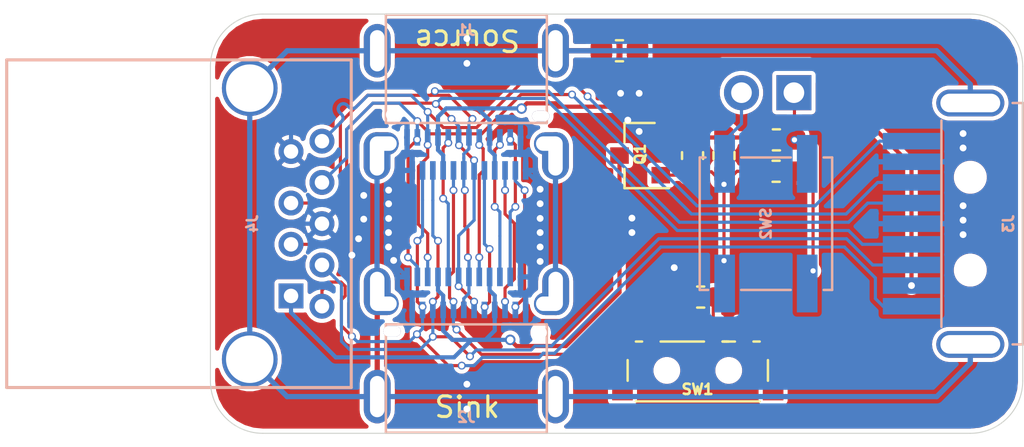
<source format=kicad_pcb>
(kicad_pcb (version 20171130) (host pcbnew "(5.1.8-0-10_14)")
  (layers (0 F.Cu signal) (31 B.Cu signal) (34 B.Paste user) (35 F.Paste user) (36 B.SilkS user) (37 F.SilkS user) (38 B.Mask user) (39 F.Mask user) (44 Edge.Cuts user))
  (net 0 "")
  (net 1 "Net-(C1-Pad2)")
  (net 2 VBUS)
  (net 3 GND)
  (net 4 SHIELD)
  (net 5 /VBUS_SINK)
  (net 6 "Net-(R1-Pad2)")
  (net 7 "Net-(R2-Pad2)")
  (net 8 /TX1+)
  (net 9 /TX1-)
  (net 10 /D+)
  (net 11 /CC1)
  (net 12 /SBU1)
  (net 13 /D-)
  (net 14 /RX2+)
  (net 15 /RX2-)
  (net 16 /TX2-)
  (net 17 /RX1-)
  (net 18 /CC2)
  (net 19 /RX1+)
  (net 20 /TX2+)
  (net 21 /SBU2)
  (module Connector_USB-Custom:USB_C_Receptacle_Amphenol_10137065 (layer B.Cu) (at 153.375 94.488)
    (fp_text reference J1 (at 0 -1 180) (layer B.SilkS) (effects (font (size 0.5 0.5) (thickness 0.125)) (justify mirror)))
    (fp_text value USB_C_PowerSource)
    (pad S1 thru_hole roundrect (at -4 4.5) (size 1.65 1.1) (drill oval 1.25 0.7 (offset -0.1 0)) (layers *.Cu *.Mask) (roundrect_rratio 0.5) (net 4 SHIELD))
    (pad S1 thru_hole roundrect (at 4.32 5.1) (size 1.3 2.3) (drill oval 0.7 1.9) (layers *.Cu *.Mask) (roundrect_rratio 0.5) (net 4 SHIELD))
    (pad S1 thru_hole roundrect (at -4.33 5.1) (size 1.3 2.3) (drill oval 0.7 1.9) (layers *.Cu *.Mask) (roundrect_rratio 0.5) (net 4 SHIELD))
    (pad "" np_thru_hole roundrect (at 3.6 3.165) (size 0.85 0.5) (drill oval 0.85 0.5) (layers *.Cu *.Mask) (roundrect_rratio 0.5))
    (pad "" np_thru_hole circle (at -3.6 3.1) (size 0.6 0.6) (drill 0.6) (layers *.Cu *.Mask))
    (pad S1 thru_hole roundrect (at 4.32 0) (size 1.3 2.6) (drill oval 0.7 2) (layers *.Cu *.Mask) (roundrect_rratio 0.5) (net 4 SHIELD))
    (pad S1 thru_hole roundrect (at -4.32 0) (size 1.3 2.6) (drill oval 0.7 2) (layers *.Cu *.Mask) (roundrect_rratio 0.5) (net 4 SHIELD))
    (pad S1 thru_hole roundrect (at 4 4.5) (size 1.65 1.1) (drill oval 1.25 0.7 (offset 0.1 0)) (layers *.Cu *.Mask) (roundrect_rratio 0.5) (net 4 SHIELD))
    (pad A1 smd rect (at -2.625 5.8) (size 0.275 0.9) (layers B.Cu B.Paste B.Mask) (net 3 GND))
    (pad A2 smd rect (at -2.125 5.8) (size 0.275 0.9) (layers B.Cu B.Paste B.Mask) (net 8 /TX1+))
    (pad A3 smd rect (at -1.625 5.8) (size 0.275 0.9) (layers B.Cu B.Paste B.Mask) (net 9 /TX1-))
    (pad A6 smd rect (at -0.125 5.8) (size 0.275 0.9) (layers B.Cu B.Paste B.Mask) (net 10 /D+))
    (pad A5 smd rect (at -0.625 5.8) (size 0.275 0.9) (layers B.Cu B.Paste B.Mask) (net 11 /CC1))
    (pad A4 smd rect (at -1.125 5.8) (size 0.275 0.9) (layers B.Cu B.Paste B.Mask) (net 2 VBUS))
    (pad A9 smd rect (at 1.375 5.8) (size 0.275 0.9) (layers B.Cu B.Paste B.Mask) (net 2 VBUS))
    (pad A12 smd rect (at 2.875 5.8) (size 0.275 0.9) (layers B.Cu B.Paste B.Mask) (net 3 GND))
    (pad A8 smd rect (at 0.875 5.8) (size 0.275 0.9) (layers B.Cu B.Paste B.Mask) (net 12 /SBU1))
    (pad A7 smd rect (at 0.375 5.8) (size 0.275 0.9) (layers B.Cu B.Paste B.Mask) (net 13 /D-))
    (pad A11 smd rect (at 2.375 5.8) (size 0.275 0.9) (layers B.Cu B.Paste B.Mask) (net 14 /RX2+))
    (pad A10 smd rect (at 1.875 5.8) (size 0.275 0.9) (layers B.Cu B.Paste B.Mask) (net 15 /RX2-))
    (pad B3 smd rect (at 1.625 4.2) (size 0.275 0.8) (layers B.Cu B.Paste B.Mask) (net 16 /TX2-))
    (pad B10 smd rect (at -1.875 4.2) (size 0.275 0.8) (layers B.Cu B.Paste B.Mask) (net 17 /RX1-))
    (pad B5 smd rect (at 0.625 4.2) (size 0.275 0.8) (layers B.Cu B.Paste B.Mask) (net 18 /CC2))
    (pad B7 smd rect (at -0.375 4.2) (size 0.275 0.8) (layers B.Cu B.Paste B.Mask) (net 13 /D-))
    (pad B11 smd rect (at -2.375 4.2) (size 0.275 0.8) (layers B.Cu B.Paste B.Mask) (net 19 /RX1+))
    (pad B1 smd rect (at 2.625 4.2) (size 0.275 0.8) (layers B.Cu B.Paste B.Mask) (net 3 GND))
    (pad B12 smd rect (at -2.875 4.2) (size 0.275 0.8) (layers B.Cu B.Paste B.Mask) (net 3 GND))
    (pad B6 smd rect (at 0.125 4.2) (size 0.275 0.8) (layers B.Cu B.Paste B.Mask) (net 10 /D+))
    (pad B2 smd rect (at 2.125 4.2) (size 0.275 0.8) (layers B.Cu B.Paste B.Mask) (net 20 /TX2+))
    (pad B8 smd rect (at -0.875 4.2) (size 0.275 0.8) (layers B.Cu B.Paste B.Mask) (net 21 /SBU2))
    (pad B4 smd rect (at 1.125 4.2) (size 0.275 0.8) (layers B.Cu B.Paste B.Mask) (net 2 VBUS))
    (pad B9 smd rect (at -1.375 4.2) (size 0.275 0.8) (layers B.Cu B.Paste B.Mask) (net 2 VBUS))
  )
  (module Resistor_SMD:R_0603_1608Metric_Pad1.05x0.95mm_HandSolder (layer F.Cu) (at 160.796 94.488)
    (fp_text reference R5)
    (fp_text value 0)
    (pad 2 smd roundrect (at 0.875 0) (size 1.05 0.95) (layers F.Cu F.Paste F.Mask) (net 3 GND))
    (pad 1 smd roundrect (at -0.875 0) (size 1.05 0.95) (layers F.Cu F.Paste F.Mask) (net 4 SHIELD))
  )
  (module Connector_PinHeader_2.54mm:PinHeader_1x02_P2.54mm_Vertical (layer B.Cu) (at 169.25 96.52 90)
    (fp_text reference SW3)
    (fp_text value SW_Push)
    (pad 2 thru_hole oval (at 0 -2.54 90) (size 1.7 1.7) (drill 1) (layers *.Cu *.Mask) (net 1 "Net-(C1-Pad2)"))
    (pad 1 thru_hole rect (at 0 0 90) (size 1.7 1.7) (drill 1) (layers *.Cu *.Mask) (net 7 "Net-(R2-Pad2)"))
  )
  (module Connector_USB-Custom:USB_A_Receptacle_Amphenol_10117835 (layer B.Cu) (at 139.446 102.87 90)
    (fp_text reference J4 (at 0 3.556 -90) (layer B.SilkS) (effects (font (size 0.5 0.5) (thickness 0.125)) (justify mirror)))
    (fp_text value USB3_A_Receptacle)
    (pad 1 thru_hole rect (at -3.5 5.43 90) (size 1.208 1.208) (drill 0.7) (layers *.Cu *.Mask) (net 5 /VBUS_SINK))
    (pad 2 thru_hole circle (at -1 5.43 90) (size 1.208 1.208) (drill 0.7) (layers *.Cu *.Mask) (net 13 /D-))
    (pad 4 thru_hole circle (at 3.5 5.43 90) (size 1.208 1.208) (drill 0.7) (layers *.Cu *.Mask) (net 3 GND))
    (pad 3 thru_hole circle (at 1 5.43 90) (size 1.208 1.208) (drill 0.7) (layers *.Cu *.Mask) (net 10 /D+))
    (pad 5 thru_hole circle (at 4 6.93 90) (size 1.208 1.208) (drill 0.7) (layers *.Cu *.Mask) (net 17 /RX1-))
    (pad 6 thru_hole circle (at 2 6.93 90) (size 1.208 1.208) (drill 0.7) (layers *.Cu *.Mask) (net 19 /RX1+))
    (pad 7 thru_hole circle (at 0 6.93 90) (size 1.208 1.208) (drill 0.7) (layers *.Cu *.Mask) (net 3 GND))
    (pad 8 thru_hole circle (at -2 6.93 90) (size 1.208 1.208) (drill 0.7) (layers *.Cu *.Mask) (net 9 /TX1-))
    (pad 9 thru_hole circle (at -4 6.93 90) (size 1.208 1.208) (drill 0.7) (layers *.Cu *.Mask) (net 8 /TX1+))
    (pad 10 thru_hole circle (at -6.57 3.43 90) (size 2.7 2.7) (drill 2.3) (layers *.Cu *.Mask) (net 4 SHIELD))
    (pad 10 thru_hole circle (at 6.57 3.43 90) (size 2.7 2.7) (drill 2.3) (layers *.Cu *.Mask) (net 4 SHIELD))
  )
  (module Button_Switch_SMD:SW_Push_1P1T_NO_CK_KSC7xxJ (layer B.Cu) (at 167.894 102.87 90)
    (fp_text reference SW2 (at 0 0 90) (layer B.SilkS) (effects (font (size 0.5 0.5) (thickness 0.125)) (justify mirror)))
    (fp_text value SW_Push)
    (pad 2 smd rect (at 2.9 -2 90) (size 2.8 1) (layers B.Cu B.Paste B.Mask) (net 1 "Net-(C1-Pad2)"))
    (pad 2 smd rect (at -2.9 -2 90) (size 2.8 1) (layers B.Cu B.Paste B.Mask) (net 1 "Net-(C1-Pad2)"))
    (pad 1 smd rect (at 2.9 2 90) (size 2.8 1) (layers B.Cu B.Paste B.Mask) (net 7 "Net-(R2-Pad2)"))
    (pad 1 smd rect (at -2.9 2 90) (size 2.8 1) (layers B.Cu B.Paste B.Mask) (net 7 "Net-(R2-Pad2)"))
  )
  (module Button_Switch_SMD-Custom:SW_SPDT_MSS3-V-T_R (layer F.Cu) (at 164.592 109.982)
    (fp_text reference SW1 (at -0.012 0.917) (layer F.SilkS) (effects (font (size 0.5 0.5) (thickness 0.125))))
    (fp_text value EN_USBA)
    (pad "" smd rect (at 3.65 -1.05) (size 1 0.8) (layers F.Cu F.Paste F.Mask))
    (pad "" smd rect (at 3.65 1.05) (size 1 0.8) (layers F.Cu F.Paste F.Mask))
    (pad "" np_thru_hole circle (at 1.5 0) (size 0.9 0.9) (drill 0.9) (layers *.Cu *.Mask))
    (pad "" np_thru_hole circle (at -1.5 0) (size 0.9 0.9) (drill 0.9) (layers *.Cu *.Mask))
    (pad 3 smd rect (at 2.25 -1.75) (size 0.7 1.5) (layers F.Cu F.Paste F.Mask))
    (pad 2 smd rect (at 0.75 -1.75) (size 0.7 1.5) (layers F.Cu F.Paste F.Mask) (net 6 "Net-(R1-Pad2)"))
    (pad 1 smd rect (at -2.25 -1.75) (size 0.7 1.5) (layers F.Cu F.Paste F.Mask) (net 11 /CC1))
    (pad "" smd rect (at -3.65 -1.05) (size 1 0.8) (layers F.Cu F.Paste F.Mask))
    (pad "" smd rect (at -3.65 1.05) (size 1 0.8) (layers F.Cu F.Paste F.Mask))
  )
  (module Resistor_SMD:R_0603_1608Metric_Pad1.05x0.95mm_HandSolder (layer F.Cu) (at 165.862 99.568 270)
    (fp_text reference R4)
    (fp_text value 1.5M)
    (pad 1 smd roundrect (at -0.875 0 270) (size 1.05 0.95) (layers F.Cu F.Paste F.Mask) (net 2 VBUS))
    (pad 2 smd roundrect (at 0.875 0 270) (size 1.05 0.95) (layers F.Cu F.Paste F.Mask) (net 1 "Net-(C1-Pad2)"))
  )
  (module Resistor_SMD:R_0603_1608Metric_Pad1.05x0.95mm_HandSolder (layer F.Cu) (at 168.388 100.33)
    (fp_text reference R3)
    (fp_text value 1M)
    (pad 1 smd roundrect (at -0.875 0) (size 1.05 0.95) (layers F.Cu F.Paste F.Mask) (net 1 "Net-(C1-Pad2)"))
    (pad 2 smd roundrect (at 0.875 0) (size 1.05 0.95) (layers F.Cu F.Paste F.Mask) (net 3 GND))
  )
  (module Resistor_SMD:R_0603_1608Metric_Pad1.05x0.95mm_HandSolder (layer F.Cu) (at 168.402 98.806)
    (fp_text reference R2)
    (fp_text value 40k)
    (pad 1 smd roundrect (at -0.875 0) (size 1.05 0.95) (layers F.Cu F.Paste F.Mask) (net 2 VBUS))
    (pad 2 smd roundrect (at 0.875 0) (size 1.05 0.95) (layers F.Cu F.Paste F.Mask) (net 7 "Net-(R2-Pad2)"))
  )
  (module Resistor_SMD:R_0603_1608Metric_Pad1.05x0.95mm_HandSolder (layer F.Cu) (at 164.733 106.426)
    (fp_text reference R1)
    (fp_text value 5.1k)
    (pad 1 smd roundrect (at -0.875 0) (size 1.05 0.95) (layers F.Cu F.Paste F.Mask) (net 3 GND))
    (pad 2 smd roundrect (at 0.875 0) (size 1.05 0.95) (layers F.Cu F.Paste F.Mask) (net 6 "Net-(R1-Pad2)"))
  )
  (module Package_TO_SOT_SMD:SOT-23 (layer F.Cu) (at 161.798 99.568 180)
    (fp_text reference Q1 (at 0 0.066 90) (layer F.SilkS) (effects (font (size 0.5 0.5) (thickness 0.125))))
    (fp_text value SI2393DS)
    (pad 1 smd rect (at -1 -0.95 180) (size 0.9 0.8) (layers F.Cu F.Paste F.Mask) (net 1 "Net-(C1-Pad2)"))
    (pad 2 smd rect (at -1 0.95 180) (size 0.9 0.8) (layers F.Cu F.Paste F.Mask) (net 2 VBUS))
    (pad 3 smd rect (at 1 0 180) (size 0.9 0.8) (layers F.Cu F.Paste F.Mask) (net 5 /VBUS_SINK))
  )
  (module Connector_USB-Custom:USB_A_Plug_Amphenol_GSB3164x1CEU (layer B.Cu) (at 177.8 102.87 270)
    (fp_text reference J3 (at 0 -1.85 90) (layer B.SilkS) (effects (font (size 0.5 0.5) (thickness 0.125)) (justify mirror)))
    (fp_text value USB3_A_Plug)
    (pad "" np_thru_hole circle (at -2.25 0 270) (size 1.2 1.2) (drill 1.2) (layers *.Cu *.Mask))
    (pad "" np_thru_hole circle (at 2.25 0 270) (size 1.2 1.2) (drill 1.2) (layers *.Cu *.Mask))
    (pad 2 smd rect (at 1 2.85 270) (size 0.8 2.78) (layers B.Cu B.Paste B.Mask) (net 13 /D-))
    (pad 1 smd rect (at 3 2.85 270) (size 0.8 2.78) (layers B.Cu B.Paste B.Mask) (net 2 VBUS))
    (pad 8 smd rect (at 2 2.85 270) (size 0.8 2.78) (layers B.Cu B.Paste B.Mask) (net 9 /TX1-))
    (pad 9 smd rect (at 4 2.85 270) (size 0.8 2.78) (layers B.Cu B.Paste B.Mask) (net 8 /TX1+))
    (pad 5 smd rect (at -4 2.85 270) (size 0.8 2.78) (layers B.Cu B.Paste B.Mask) (net 17 /RX1-))
    (pad 4 smd rect (at -3 2.85 270) (size 0.8 2.78) (layers B.Cu B.Paste B.Mask) (net 3 GND))
    (pad 6 smd rect (at -2 2.85 270) (size 0.8 2.78) (layers B.Cu B.Paste B.Mask) (net 19 /RX1+))
    (pad 3 smd rect (at -1 2.85 270) (size 0.8 2.78) (layers B.Cu B.Paste B.Mask) (net 10 /D+))
    (pad 7 smd rect (at 0 2.85 270) (size 0.8 2.78) (layers B.Cu B.Paste B.Mask) (net 3 GND))
    (pad 10 thru_hole oval (at 5.85 0 270) (size 1.3 3.3) (drill oval 0.9 2.9) (layers *.Cu *.Mask) (net 4 SHIELD))
    (pad 10 thru_hole oval (at -5.85 0 270) (size 1.3 3.3) (drill oval 0.9 2.9) (layers *.Cu *.Mask) (net 4 SHIELD))
  )
  (module Connector_USB-Custom:USB_C_Receptacle_Amphenol_10137065 (layer B.Cu) (at 153.375 111.25 180)
    (fp_text reference J2 (at 0 -1) (layer B.SilkS) (effects (font (size 0.5 0.5) (thickness 0.125)) (justify mirror)))
    (fp_text value USB_C_PowerSink)
    (pad B9 smd rect (at -1.375 4.2 180) (size 0.275 0.8) (layers B.Cu B.Paste B.Mask) (net 5 /VBUS_SINK))
    (pad B4 smd rect (at 1.125 4.2 180) (size 0.275 0.8) (layers B.Cu B.Paste B.Mask) (net 5 /VBUS_SINK))
    (pad B8 smd rect (at -0.875 4.2 180) (size 0.275 0.8) (layers B.Cu B.Paste B.Mask) (net 12 /SBU1))
    (pad B2 smd rect (at 2.125 4.2 180) (size 0.275 0.8) (layers B.Cu B.Paste B.Mask) (net 8 /TX1+))
    (pad B6 smd rect (at 0.125 4.2 180) (size 0.275 0.8) (layers B.Cu B.Paste B.Mask) (net 10 /D+))
    (pad B12 smd rect (at -2.875 4.2 180) (size 0.275 0.8) (layers B.Cu B.Paste B.Mask) (net 3 GND))
    (pad B1 smd rect (at 2.625 4.2 180) (size 0.275 0.8) (layers B.Cu B.Paste B.Mask) (net 3 GND))
    (pad B11 smd rect (at -2.375 4.2 180) (size 0.275 0.8) (layers B.Cu B.Paste B.Mask) (net 14 /RX2+))
    (pad B7 smd rect (at -0.375 4.2 180) (size 0.275 0.8) (layers B.Cu B.Paste B.Mask) (net 13 /D-))
    (pad B5 smd rect (at 0.625 4.2 180) (size 0.275 0.8) (layers B.Cu B.Paste B.Mask) (net 11 /CC1))
    (pad B10 smd rect (at -1.875 4.2 180) (size 0.275 0.8) (layers B.Cu B.Paste B.Mask) (net 15 /RX2-))
    (pad B3 smd rect (at 1.625 4.2 180) (size 0.275 0.8) (layers B.Cu B.Paste B.Mask) (net 9 /TX1-))
    (pad A10 smd rect (at 1.875 5.8 180) (size 0.275 0.9) (layers B.Cu B.Paste B.Mask) (net 17 /RX1-))
    (pad A11 smd rect (at 2.375 5.8 180) (size 0.275 0.9) (layers B.Cu B.Paste B.Mask) (net 19 /RX1+))
    (pad A7 smd rect (at 0.375 5.8 180) (size 0.275 0.9) (layers B.Cu B.Paste B.Mask) (net 13 /D-))
    (pad A8 smd rect (at 0.875 5.8 180) (size 0.275 0.9) (layers B.Cu B.Paste B.Mask) (net 21 /SBU2))
    (pad A12 smd rect (at 2.875 5.8 180) (size 0.275 0.9) (layers B.Cu B.Paste B.Mask) (net 3 GND))
    (pad A9 smd rect (at 1.375 5.8 180) (size 0.275 0.9) (layers B.Cu B.Paste B.Mask) (net 5 /VBUS_SINK))
    (pad A4 smd rect (at -1.125 5.8 180) (size 0.275 0.9) (layers B.Cu B.Paste B.Mask) (net 5 /VBUS_SINK))
    (pad A5 smd rect (at -0.625 5.8 180) (size 0.275 0.9) (layers B.Cu B.Paste B.Mask) (net 18 /CC2))
    (pad A6 smd rect (at -0.125 5.8 180) (size 0.275 0.9) (layers B.Cu B.Paste B.Mask) (net 10 /D+))
    (pad A3 smd rect (at -1.625 5.8 180) (size 0.275 0.9) (layers B.Cu B.Paste B.Mask) (net 16 /TX2-))
    (pad A2 smd rect (at -2.125 5.8 180) (size 0.275 0.9) (layers B.Cu B.Paste B.Mask) (net 20 /TX2+))
    (pad A1 smd rect (at -2.625 5.8 180) (size 0.275 0.9) (layers B.Cu B.Paste B.Mask) (net 3 GND))
    (pad S1 thru_hole roundrect (at 4 4.5 180) (size 1.65 1.1) (drill oval 1.25 0.7 (offset 0.1 0)) (layers *.Cu *.Mask) (roundrect_rratio 0.5) (net 4 SHIELD))
    (pad S1 thru_hole roundrect (at -4.32 0 180) (size 1.3 2.6) (drill oval 0.7 2) (layers *.Cu *.Mask) (roundrect_rratio 0.5) (net 4 SHIELD))
    (pad S1 thru_hole roundrect (at 4.32 0 180) (size 1.3 2.6) (drill oval 0.7 2) (layers *.Cu *.Mask) (roundrect_rratio 0.5) (net 4 SHIELD))
    (pad "" np_thru_hole circle (at -3.6 3.1 180) (size 0.6 0.6) (drill 0.6) (layers *.Cu *.Mask))
    (pad "" np_thru_hole roundrect (at 3.6 3.165 180) (size 0.85 0.5) (drill oval 0.85 0.5) (layers *.Cu *.Mask) (roundrect_rratio 0.5))
    (pad S1 thru_hole roundrect (at -4.33 5.1 180) (size 1.3 2.3) (drill oval 0.7 1.9) (layers *.Cu *.Mask) (roundrect_rratio 0.5) (net 4 SHIELD))
    (pad S1 thru_hole roundrect (at 4.32 5.1 180) (size 1.3 2.3) (drill oval 0.7 1.9) (layers *.Cu *.Mask) (roundrect_rratio 0.5) (net 4 SHIELD))
    (pad S1 thru_hole roundrect (at -4 4.5 180) (size 1.65 1.1) (drill oval 1.25 0.7 (offset -0.1 0)) (layers *.Cu *.Mask) (roundrect_rratio 0.5) (net 4 SHIELD))
  )
  (module Capacitor_SMD:C_0603_1608Metric (layer F.Cu) (at 164.338 99.568 270)
    (fp_text reference C1)
    (fp_text value 2000pF)
    (pad 1 smd roundrect (at -0.7875 0 270) (size 0.875 0.95) (layers F.Cu F.Paste F.Mask) (net 2 VBUS))
    (pad 2 smd roundrect (at 0.7875 0 270) (size 0.875 0.95) (layers F.Cu F.Paste F.Mask) (net 1 "Net-(C1-Pad2)"))
  )
  (gr_text Source (at 153.416 93.98 180) (layer F.SilkS) (effects (font (size 1 1))))
  (gr_text Sink (at 153.416 111.76) (layer F.SilkS) (effects (font (size 1 1))))
  (gr_arc (start 143.51 110.49) (end 140.97 110.49) (angle -90) (layer Edge.Cuts) (width 0.05))
  (gr_arc (start 143.51 95.25) (end 143.51 92.71) (angle -90) (layer Edge.Cuts) (width 0.05))
  (gr_line (start 177.8 113.03) (end 143.51 113.03) (layer Edge.Cuts) (width 0.05))
  (gr_arc (start 177.8 110.49) (end 177.8 113.03) (angle -90) (layer Edge.Cuts) (width 0.05))
  (gr_line (start 180.34 95.25) (end 180.34 110.49) (layer Edge.Cuts) (width 0.05))
  (gr_arc (start 177.8 95.25) (end 180.34 95.25) (angle -90) (layer Edge.Cuts) (width 0.05))
  (gr_line (start 177.8 92.71) (end 143.51 92.71) (layer Edge.Cuts) (width 0.05))
  (gr_line (start 140.97 95.25) (end 140.97 110.49) (layer Edge.Cuts) (width 0.05))
  (segment (start 164.1755 100.518) (end 164.338 100.3555) (width 0.1524) (layer F.Cu) (net 1))
  (segment (start 162.798 100.518) (end 164.1755 100.518) (width 0.1524) (layer F.Cu) (net 1))
  (segment (start 165.894 99.97) (end 165.894 98.838) (width 0.1524) (layer B.Cu) (net 1))
  (segment (start 166.71 98.022) (end 166.71 96.52) (width 0.1524) (layer B.Cu) (net 1))
  (segment (start 165.894 98.838) (end 166.71 98.022) (width 0.1524) (layer B.Cu) (net 1))
  (via (at 165.862 104.661998) (size 0.381) (drill 0.254) (layers F.Cu B.Cu) (net 1))
  (segment (start 165.894 105.77) (end 165.862 105.738) (width 0.1524) (layer B.Cu) (net 1))
  (segment (start 165.862 105.738) (end 165.862 104.661998) (width 0.1524) (layer B.Cu) (net 1))
  (via (at 165.862 100.961996) (size 0.381) (drill 0.254) (layers F.Cu B.Cu) (net 1))
  (segment (start 165.862 104.661998) (end 165.862 100.961996) (width 0.1524) (layer F.Cu) (net 1))
  (segment (start 164.338 100.3555) (end 165.255504 100.3555) (width 0.1524) (layer F.Cu) (net 1))
  (segment (start 167.513 100.33) (end 166.493996 100.33) (width 0.1524) (layer F.Cu) (net 1))
  (segment (start 166.493996 100.33) (end 165.862 100.961996) (width 0.1524) (layer F.Cu) (net 1))
  (segment (start 165.255504 100.3555) (end 165.862 100.961996) (width 0.1524) (layer F.Cu) (net 1))
  (segment (start 152.25 99.55) (end 152.25 100.288) (width 0.2032) (layer B.Cu) (net 2))
  (segment (start 152 99.3) (end 152.25 99.55) (width 0.2032) (layer B.Cu) (net 2))
  (segment (start 152 98.688) (end 152 99.3) (width 0.2032) (layer B.Cu) (net 2))
  (segment (start 154.5 99.3) (end 154.75 99.55) (width 0.2032) (layer B.Cu) (net 2))
  (segment (start 154.75 99.55) (end 154.75 100.288) (width 0.2032) (layer B.Cu) (net 2))
  (segment (start 154.5 98.688) (end 154.5 99.3) (width 0.2032) (layer B.Cu) (net 2))
  (segment (start 167.414 98.693) (end 167.527 98.806) (width 0.2032) (layer F.Cu) (net 2))
  (segment (start 165.862 98.693) (end 167.414 98.693) (width 0.2032) (layer F.Cu) (net 2))
  (segment (start 164.4255 98.693) (end 164.338 98.7805) (width 0.2032) (layer F.Cu) (net 2))
  (segment (start 165.862 98.693) (end 164.4255 98.693) (width 0.2032) (layer F.Cu) (net 2))
  (segment (start 164.1755 98.618) (end 164.338 98.7805) (width 0.2032) (layer F.Cu) (net 2))
  (segment (start 162.798 98.618) (end 164.1755 98.618) (width 0.2032) (layer F.Cu) (net 2))
  (segment (start 154.5 97.858) (end 154.5 98.688) (width 0.2032) (layer B.Cu) (net 2))
  (segment (start 153.924 97.282) (end 154.5 97.858) (width 0.2032) (layer B.Cu) (net 2))
  (segment (start 152.4 97.282) (end 153.924 97.282) (width 0.2032) (layer B.Cu) (net 2))
  (segment (start 152 97.682) (end 152.4 97.282) (width 0.2032) (layer B.Cu) (net 2))
  (segment (start 152 98.688) (end 152 97.682) (width 0.2032) (layer B.Cu) (net 2))
  (segment (start 162.798 98.618) (end 162.798 98.102) (width 0.2032) (layer F.Cu) (net 2))
  (segment (start 162.798 98.102) (end 165.8 95.1) (width 0.2032) (layer F.Cu) (net 2))
  (via (at 174.95 105.87) (size 0.508) (drill 0.3302) (layers F.Cu B.Cu) (net 2))
  (segment (start 170.000882 95.1) (end 174.95 100.049118) (width 0.2032) (layer F.Cu) (net 2))
  (segment (start 174.95 100.049118) (end 174.95 105.87) (width 0.2032) (layer F.Cu) (net 2))
  (segment (start 161.38 97.2) (end 157.85 97.2) (width 0.2032) (layer F.Cu) (net 2))
  (via (at 156.050002 97.29021) (size 0.508) (drill 0.3302) (layers F.Cu B.Cu) (net 2))
  (segment (start 156.304001 97.036211) (end 156.050002 97.29021) (width 0.2032) (layer F.Cu) (net 2))
  (segment (start 157.85 97.2) (end 157.686211 97.036211) (width 0.2032) (layer F.Cu) (net 2))
  (segment (start 153.924 97.282) (end 156.041792 97.282) (width 0.2032) (layer B.Cu) (net 2))
  (segment (start 157.686211 97.036211) (end 156.304001 97.036211) (width 0.2032) (layer F.Cu) (net 2))
  (segment (start 156.041792 97.282) (end 156.050002 97.29021) (width 0.2032) (layer B.Cu) (net 2))
  (segment (start 162.798 98.618) (end 161.38 97.2) (width 0.2032) (layer F.Cu) (net 2))
  (segment (start 165.8 95.1) (end 170.000882 95.1) (width 0.2032) (layer F.Cu) (net 2))
  (segment (start 150.75 100.288) (end 150.41 100.288) (width 0.2032) (layer B.Cu) (net 3))
  (via (at 149.606 102.616) (size 0.508) (drill 0.3302) (layers F.Cu B.Cu) (net 3))
  (segment (start 150.41 100.288) (end 149.606 101.092) (width 0.2032) (layer B.Cu) (net 3))
  (via (at 147.828 104.394) (size 0.508) (drill 0.3302) (layers F.Cu B.Cu) (net 3))
  (segment (start 149.606 102.616) (end 147.828 104.394) (width 0.2032) (layer F.Cu) (net 3))
  (segment (start 146.376 102.942) (end 146.376 102.87) (width 0.2032) (layer B.Cu) (net 3))
  (segment (start 147.828 104.394) (end 146.376 102.942) (width 0.2032) (layer B.Cu) (net 3))
  (segment (start 176.5432 99.87) (end 176.8 100.1268) (width 0.2032) (layer B.Cu) (net 3))
  (segment (start 174.95 99.87) (end 176.5432 99.87) (width 0.2032) (layer B.Cu) (net 3))
  (segment (start 176.5432 102.87) (end 174.95 102.87) (width 0.2032) (layer B.Cu) (net 3))
  (segment (start 176.8 102.6132) (end 176.5432 102.87) (width 0.2032) (layer B.Cu) (net 3))
  (segment (start 176.8 100.1268) (end 176.8 102.6132) (width 0.2032) (layer B.Cu) (net 3))
  (segment (start 161.671 95.729) (end 160.85 96.55) (width 0.2032) (layer F.Cu) (net 3))
  (segment (start 161.671 94.488) (end 161.671 95.729) (width 0.2032) (layer F.Cu) (net 3))
  (segment (start 159.4 100.6) (end 158.3 101.7) (width 0.2032) (layer F.Cu) (net 3))
  (via (at 156.95 101.2) (size 0.508) (drill 0.3302) (layers F.Cu B.Cu) (net 3))
  (segment (start 157.45 101.7) (end 156.95 101.2) (width 0.2032) (layer F.Cu) (net 3))
  (segment (start 158.3 101.7) (end 157.45 101.7) (width 0.2032) (layer F.Cu) (net 3))
  (segment (start 156.95 100.988) (end 156.25 100.288) (width 0.2032) (layer B.Cu) (net 3))
  (segment (start 156.95 101.2) (end 156.95 100.988) (width 0.2032) (layer B.Cu) (net 3))
  (via (at 148.4 102.65) (size 0.508) (drill 0.3302) (layers F.Cu B.Cu) (net 3))
  (segment (start 149.6 103.85) (end 148.4 102.65) (width 0.2032) (layer F.Cu) (net 3))
  (segment (start 147.246 102) (end 146.376 102.87) (width 0.2032) (layer B.Cu) (net 3))
  (segment (start 147.75 102) (end 147.246 102) (width 0.2032) (layer B.Cu) (net 3))
  (segment (start 148.4 102.65) (end 147.75 102) (width 0.2032) (layer B.Cu) (net 3))
  (segment (start 159.4 98.9) (end 159.4 100.6) (width 0.2032) (layer F.Cu) (net 3))
  (segment (start 159.4 103.25) (end 159.4 103.25) (width 0.2032) (layer F.Cu) (net 3))
  (via (at 161.75 98.4) (size 0.508) (drill 0.3302) (layers F.Cu B.Cu) (net 3))
  (segment (start 161.75 98.4) (end 161.75 96.7) (width 0.2032) (layer B.Cu) (net 3))
  (via (at 161.75 96.55) (size 0.508) (drill 0.3302) (layers F.Cu B.Cu) (net 3))
  (segment (start 161.75 96.7) (end 161.75 96.55) (width 0.2032) (layer B.Cu) (net 3))
  (segment (start 161.75 96.55) (end 160.85 96.55) (width 0.2032) (layer F.Cu) (net 3))
  (segment (start 144.876 99.37) (end 144.876 97.524) (width 0.2032) (layer B.Cu) (net 3))
  (segment (start 144.876 97.524) (end 146.2 96.2) (width 0.2032) (layer B.Cu) (net 3))
  (segment (start 150 96.2) (end 151 95.2) (width 0.2032) (layer B.Cu) (net 3))
  (segment (start 146.2 96.2) (end 150 96.2) (width 0.2032) (layer B.Cu) (net 3))
  (segment (start 151 95.2) (end 152.947899 95.2) (width 0.2032) (layer B.Cu) (net 3))
  (via (at 153.4 95.1) (size 0.508) (drill 0.3302) (layers F.Cu B.Cu) (net 3))
  (segment (start 153.3 95.2) (end 153.4 95.1) (width 0.2032) (layer B.Cu) (net 3))
  (segment (start 152.947899 95.2) (end 153.3 95.2) (width 0.2032) (layer B.Cu) (net 3))
  (via (at 153.4 93.9) (size 0.508) (drill 0.3302) (layers F.Cu B.Cu) (net 3))
  (segment (start 153.4 95.1) (end 153.4 93.9) (width 0.2032) (layer F.Cu) (net 3))
  (segment (start 143.4 100.846) (end 144.876 99.37) (width 0.2032) (layer B.Cu) (net 3))
  (segment (start 143.4 102.23) (end 143.4 100.846) (width 0.2032) (layer B.Cu) (net 3))
  (segment (start 144.04 102.87) (end 143.4 102.23) (width 0.2032) (layer B.Cu) (net 3))
  (segment (start 146.376 102.87) (end 144.04 102.87) (width 0.2032) (layer B.Cu) (net 3))
  (segment (start 153.4 95.1) (end 155.9 95.1) (width 0.2032) (layer B.Cu) (net 3))
  (segment (start 163.858 105.408) (end 163.45 105) (width 0.2032) (layer F.Cu) (net 3))
  (segment (start 163.858 106.426) (end 163.858 105.408) (width 0.2032) (layer F.Cu) (net 3))
  (via (at 153.4 110.65) (size 0.508) (drill 0.3302) (layers F.Cu B.Cu) (net 3))
  (via (at 153.4 111.85) (size 0.508) (drill 0.3302) (layers F.Cu B.Cu) (net 3))
  (segment (start 153.4 110.65) (end 153.4 111.85) (width 0.2032) (layer F.Cu) (net 3))
  (segment (start 154.6 110.65) (end 153.4 110.65) (width 0.2032) (layer B.Cu) (net 3))
  (segment (start 157.255787 109.75) (end 155.5 109.75) (width 0.2032) (layer B.Cu) (net 3))
  (segment (start 157.405787 109.6) (end 157.255787 109.75) (width 0.2032) (layer B.Cu) (net 3))
  (segment (start 157.984213 109.6) (end 157.405787 109.6) (width 0.2032) (layer B.Cu) (net 3))
  (segment (start 158.134213 109.75) (end 157.984213 109.6) (width 0.2032) (layer B.Cu) (net 3))
  (segment (start 155.5 109.75) (end 154.6 110.65) (width 0.2032) (layer B.Cu) (net 3))
  (segment (start 158.7 109.75) (end 158.134213 109.75) (width 0.2032) (layer B.Cu) (net 3))
  (segment (start 163.45 105) (end 158.7 109.75) (width 0.2032) (layer B.Cu) (net 3))
  (segment (start 158.411601 107.588399) (end 159.4 106.6) (width 0.2032) (layer F.Cu) (net 3))
  (segment (start 150.95 107.55) (end 152.35 107.55) (width 0.2032) (layer F.Cu) (net 3))
  (segment (start 156.511601 107.588399) (end 158.411601 107.588399) (width 0.2032) (layer F.Cu) (net 3))
  (segment (start 149.6 104.55) (end 150.5 105.45) (width 0.2032) (layer F.Cu) (net 3))
  (segment (start 156.5 107.6) (end 156.511601 107.588399) (width 0.2032) (layer F.Cu) (net 3))
  (segment (start 159.4 106.6) (end 159.4 103.25) (width 0.2032) (layer F.Cu) (net 3))
  (segment (start 153.8 107.6) (end 156.5 107.6) (width 0.2032) (layer F.Cu) (net 3))
  (segment (start 152.55 107.35) (end 153.55 107.35) (width 0.2032) (layer F.Cu) (net 3))
  (segment (start 150.5 105.45) (end 150.5 107.1) (width 0.2032) (layer F.Cu) (net 3))
  (segment (start 153.55 107.35) (end 153.8 107.6) (width 0.2032) (layer F.Cu) (net 3))
  (segment (start 152.35 107.55) (end 152.55 107.35) (width 0.2032) (layer F.Cu) (net 3))
  (segment (start 149.6 103.85) (end 149.6 104.55) (width 0.2032) (layer F.Cu) (net 3))
  (segment (start 150.526399 107.373601) (end 150.526399 108.823601) (width 0.2032) (layer F.Cu) (net 3))
  (segment (start 150.65 107.25) (end 150.526399 107.373601) (width 0.2032) (layer F.Cu) (net 3))
  (segment (start 150.5 107.1) (end 150.65 107.25) (width 0.2032) (layer F.Cu) (net 3))
  (segment (start 150.65 107.25) (end 150.95 107.55) (width 0.2032) (layer F.Cu) (net 3))
  (segment (start 152.352798 110.65) (end 153.4 110.65) (width 0.2032) (layer F.Cu) (net 3))
  (segment (start 150.526399 108.823601) (end 152.352798 110.65) (width 0.2032) (layer F.Cu) (net 3))
  (segment (start 156.95 101.2) (end 156.95 101.9) (width 0.2032) (layer B.Cu) (net 3))
  (segment (start 156.95 101.9) (end 156.95 102.614) (width 0.2032) (layer B.Cu) (net 3))
  (via (at 156.95 101.9) (size 0.508) (drill 0.3302) (layers F.Cu B.Cu) (net 3))
  (segment (start 156.95 100.988) (end 156.95 101.9) (width 0.2032) (layer B.Cu) (net 3))
  (via (at 156.95 102.614) (size 0.508) (drill 0.3302) (layers F.Cu B.Cu) (net 3))
  (segment (start 156.95 101.9) (end 156.95 102.614) (width 0.2032) (layer F.Cu) (net 3))
  (segment (start 158.8 103.85) (end 159.4 103.25) (width 0.2032) (layer F.Cu) (net 3))
  (segment (start 156.95 103.85) (end 158.8 103.85) (width 0.2032) (layer F.Cu) (net 3))
  (via (at 156.95 103.3) (size 0.508) (drill 0.3302) (layers F.Cu B.Cu) (net 3))
  (segment (start 156.95 102.614) (end 156.95 103.3) (width 0.2032) (layer B.Cu) (net 3))
  (segment (start 156.95 103.3) (end 156.95 103.85) (width 0.2032) (layer B.Cu) (net 3))
  (via (at 156.95 104) (size 0.508) (drill 0.3302) (layers F.Cu B.Cu) (net 3))
  (segment (start 156.95 103.3) (end 156.95 104) (width 0.2032) (layer F.Cu) (net 3))
  (via (at 156.95 104.7) (size 0.508) (drill 0.3302) (layers F.Cu B.Cu) (net 3))
  (segment (start 156.95 104) (end 156.95 104.7) (width 0.2032) (layer B.Cu) (net 3))
  (via (at 149.606 101.906) (size 0.508) (drill 0.3302) (layers F.Cu B.Cu) (net 3))
  (segment (start 149.606 102.616) (end 149.606 101.906) (width 0.2032) (layer B.Cu) (net 3))
  (via (at 149.606 101.244) (size 0.508) (drill 0.3302) (layers F.Cu B.Cu) (net 3))
  (segment (start 149.606 101.906) (end 149.606 101.244) (width 0.2032) (layer B.Cu) (net 3))
  (segment (start 149.606 101.092) (end 149.606 101.244) (width 0.2032) (layer B.Cu) (net 3))
  (via (at 149.6 103.3) (size 0.508) (drill 0.3302) (layers F.Cu B.Cu) (net 3))
  (segment (start 149.606 103.294) (end 149.6 103.3) (width 0.2032) (layer B.Cu) (net 3))
  (segment (start 149.606 102.616) (end 149.606 103.294) (width 0.2032) (layer B.Cu) (net 3))
  (via (at 149.6 104) (size 0.508) (drill 0.3302) (layers F.Cu B.Cu) (net 3))
  (segment (start 149.6 103.3) (end 149.6 104) (width 0.2032) (layer B.Cu) (net 3))
  (segment (start 149.6 104) (end 149.6 103.85) (width 0.2032) (layer B.Cu) (net 3))
  (segment (start 150.5 105.45) (end 149.6 104.55) (width 0.2032) (layer B.Cu) (net 3))
  (segment (start 149.6 104.55) (end 149.6 104) (width 0.2032) (layer B.Cu) (net 3))
  (via (at 149.85 104.65) (size 0.508) (drill 0.3302) (layers F.Cu B.Cu) (net 3))
  (segment (start 149.6 104.4) (end 149.85 104.65) (width 0.2032) (layer F.Cu) (net 3))
  (segment (start 149.6 104) (end 149.6 104.4) (width 0.2032) (layer F.Cu) (net 3))
  (via (at 148.15 103.6) (size 0.508) (drill 0.3302) (layers F.Cu B.Cu) (net 3))
  (segment (start 148.4 103.35) (end 148.15 103.6) (width 0.2032) (layer B.Cu) (net 3))
  (segment (start 148.4 102.65) (end 148.4 103.35) (width 0.2032) (layer B.Cu) (net 3))
  (via (at 148.4 101.5) (size 0.508) (drill 0.3302) (layers F.Cu B.Cu) (net 3))
  (segment (start 148.4 102.65) (end 148.4 101.5) (width 0.2032) (layer F.Cu) (net 3))
  (segment (start 159.4 102.2) (end 159.4 98.9) (width 0.2032) (layer F.Cu) (net 3))
  (segment (start 159.4 102.2) (end 159.4 101.9) (width 0.2032) (layer F.Cu) (net 3))
  (segment (start 159.4 101.9) (end 159.4 102.6) (width 0.2032) (layer F.Cu) (net 3))
  (segment (start 159.4 102.6) (end 159.4 102.2) (width 0.2032) (layer F.Cu) (net 3))
  (segment (start 159.4 103.25) (end 159.4 102.6) (width 0.2032) (layer F.Cu) (net 3))
  (segment (start 174.95 99.87) (end 176.78 99.87) (width 0.2032) (layer B.Cu) (net 3))
  (via (at 177.45 99.2) (size 0.508) (drill 0.3302) (layers F.Cu B.Cu) (net 3))
  (segment (start 176.78 99.87) (end 177.45 99.2) (width 0.2032) (layer B.Cu) (net 3))
  (via (at 177.45 102) (size 0.508) (drill 0.3302) (layers F.Cu B.Cu) (net 3))
  (segment (start 176.58 102.87) (end 177.45 102) (width 0.2032) (layer B.Cu) (net 3))
  (segment (start 174.95 102.87) (end 176.58 102.87) (width 0.2032) (layer B.Cu) (net 3))
  (segment (start 177.28 102.87) (end 177.45 102.7) (width 0.2032) (layer B.Cu) (net 3))
  (via (at 177.45 102.7) (size 0.508) (drill 0.3302) (layers F.Cu B.Cu) (net 3))
  (segment (start 174.95 102.87) (end 177.28 102.87) (width 0.2032) (layer B.Cu) (net 3))
  (via (at 177.45 103.4) (size 0.508) (drill 0.3302) (layers F.Cu B.Cu) (net 3))
  (segment (start 176.92 102.87) (end 177.45 103.4) (width 0.2032) (layer B.Cu) (net 3))
  (segment (start 174.95 102.87) (end 176.92 102.87) (width 0.2032) (layer B.Cu) (net 3))
  (via (at 177.45 98.5) (size 0.508) (drill 0.3302) (layers F.Cu B.Cu) (net 3))
  (segment (start 177.45 98.9632) (end 177.45 98.5) (width 0.2032) (layer B.Cu) (net 3))
  (segment (start 176.5432 99.87) (end 177.45 98.9632) (width 0.2032) (layer B.Cu) (net 3))
  (segment (start 169.263 105.763) (end 170.18 106.68) (width 0.2032) (layer F.Cu) (net 3))
  (segment (start 170.18 106.68) (end 172.085 106.68) (width 0.2032) (layer F.Cu) (net 3))
  (segment (start 172.085 106.68) (end 172.72 106.045) (width 0.2032) (layer F.Cu) (net 3))
  (segment (start 172.72 106.045) (end 172.72 102.87) (width 0.2032) (layer F.Cu) (net 3))
  (segment (start 174.95 102.87) (end 172.72 102.87) (width 0.2032) (layer B.Cu) (net 3))
  (segment (start 169.263 100.33) (end 169.263 105.763) (width 0.2032) (layer F.Cu) (net 3))
  (via (at 163.45 105) (size 0.508) (drill 0.3302) (layers F.Cu B.Cu) (net 3))
  (segment (start 162.4 105) (end 161.4 104) (width 0.2032) (layer F.Cu) (net 3))
  (segment (start 163.45 105) (end 162.4 105) (width 0.2032) (layer F.Cu) (net 3))
  (via (at 161.4 103.3) (size 0.508) (drill 0.3302) (layers F.Cu B.Cu) (net 3))
  (via (at 161.4 102.6) (size 0.508) (drill 0.3302) (layers F.Cu B.Cu) (net 3))
  (segment (start 161.4 103.3) (end 161.4 102.6) (width 0.2032) (layer F.Cu) (net 3))
  (segment (start 161.4 104) (end 161.4 103.3) (width 0.2032) (layer B.Cu) (net 3))
  (segment (start 159.85 98.35) (end 159.4 98.8) (width 0.2032) (layer F.Cu) (net 3))
  (segment (start 161.2 97.85) (end 161.75 98.4) (width 0.2032) (layer F.Cu) (net 3))
  (segment (start 161.2 97.85) (end 160.7 98.35) (width 0.2032) (layer F.Cu) (net 3))
  (segment (start 159.4 98.8) (end 159.4 98.9) (width 0.2032) (layer F.Cu) (net 3))
  (segment (start 160.7 98.35) (end 159.85 98.35) (width 0.2032) (layer F.Cu) (net 3))
  (segment (start 160.85 96.55) (end 160.85 97.5) (width 0.2032) (layer B.Cu) (net 3))
  (segment (start 160.85 97.5) (end 161.2 97.85) (width 0.2032) (layer B.Cu) (net 3))
  (via (at 160.85 96.55) (size 0.508) (drill 0.3302) (layers F.Cu B.Cu) (net 3))
  (via (at 161.2 97.85) (size 0.508) (drill 0.3302) (layers F.Cu B.Cu) (net 3))
  (segment (start 149.055 94.488) (end 157.695 94.488) (width 0.254) (layer B.Cu) (net 4))
  (segment (start 144.688 94.488) (end 142.876 96.3) (width 0.254) (layer B.Cu) (net 4))
  (segment (start 149.055 94.488) (end 144.688 94.488) (width 0.254) (layer B.Cu) (net 4))
  (segment (start 142.876 98.209188) (end 142.876 109.44) (width 0.254) (layer B.Cu) (net 4))
  (segment (start 142.876 96.3) (end 142.876 98.209188) (width 0.254) (layer B.Cu) (net 4))
  (segment (start 144.686 111.25) (end 142.529 109.093) (width 0.254) (layer B.Cu) (net 4))
  (segment (start 149.055 111.25) (end 144.686 111.25) (width 0.254) (layer B.Cu) (net 4))
  (segment (start 149.055 111.25) (end 157.695 111.25) (width 0.254) (layer B.Cu) (net 4))
  (segment (start 149.055 111.25) (end 149.055 106.15) (width 0.254) (layer F.Cu) (net 4))
  (segment (start 149.045 106.14) (end 149.055 106.15) (width 0.254) (layer B.Cu) (net 4))
  (segment (start 149.045 99.588) (end 149.045 106.14) (width 0.254) (layer B.Cu) (net 4))
  (segment (start 157.695 106.14) (end 157.705 106.15) (width 0.254) (layer B.Cu) (net 4))
  (segment (start 157.695 99.588) (end 157.695 106.14) (width 0.254) (layer B.Cu) (net 4))
  (segment (start 177.8 109.624) (end 177.8 108.72) (width 0.254) (layer B.Cu) (net 4))
  (segment (start 176.174 111.25) (end 177.8 109.624) (width 0.254) (layer B.Cu) (net 4))
  (segment (start 157.695 111.25) (end 176.174 111.25) (width 0.254) (layer B.Cu) (net 4))
  (segment (start 177.8 96.116) (end 177.8 97.02) (width 0.254) (layer B.Cu) (net 4))
  (segment (start 176.172 94.488) (end 177.8 96.116) (width 0.254) (layer B.Cu) (net 4))
  (segment (start 159.921 94.488) (end 157.695 94.488) (width 0.254) (layer F.Cu) (net 4))
  (segment (start 157.695 94.488) (end 176.172 94.488) (width 0.254) (layer B.Cu) (net 4))
  (segment (start 154.75 106.35) (end 154.75 107.05) (width 0.2032) (layer B.Cu) (net 5))
  (segment (start 154.5 106.1) (end 154.75 106.35) (width 0.2032) (layer B.Cu) (net 5))
  (segment (start 154.5 105.45) (end 154.5 106.1) (width 0.2032) (layer B.Cu) (net 5))
  (segment (start 152 106.1032) (end 152 105.45) (width 0.2032) (layer B.Cu) (net 5))
  (segment (start 152.25 106.3532) (end 152 106.1032) (width 0.2032) (layer B.Cu) (net 5))
  (segment (start 152.25 107.05) (end 152.25 106.3532) (width 0.2032) (layer B.Cu) (net 5))
  (segment (start 144.876 107.1772) (end 144.876 106.37) (width 0.2032) (layer B.Cu) (net 5))
  (segment (start 152.781 109.347) (end 147.0458 109.347) (width 0.2032) (layer B.Cu) (net 5))
  (segment (start 147.0458 109.347) (end 144.876 107.1772) (width 0.2032) (layer B.Cu) (net 5))
  (segment (start 153.628 108.5) (end 152.781 109.347) (width 0.2032) (layer B.Cu) (net 5))
  (segment (start 154.1 108.5) (end 153.628 108.5) (width 0.2032) (layer B.Cu) (net 5))
  (segment (start 154.75 108.05) (end 154.75 107.05) (width 0.2032) (layer B.Cu) (net 5))
  (segment (start 154.3 108.5) (end 154.75 108.05) (width 0.2032) (layer B.Cu) (net 5))
  (segment (start 154.2 108.5) (end 154.3 108.5) (width 0.2032) (layer B.Cu) (net 5))
  (segment (start 160.798 99.568) (end 160.798 106.202) (width 0.2032) (layer F.Cu) (net 5))
  (segment (start 152.25 108.054) (end 152.696 108.5) (width 0.2032) (layer B.Cu) (net 5))
  (segment (start 152.696 108.5) (end 155.5 108.5) (width 0.2032) (layer B.Cu) (net 5))
  (segment (start 152.25 107.05) (end 152.25 108.054) (width 0.2032) (layer B.Cu) (net 5))
  (via (at 155.5 108.5) (size 0.508) (drill 0.3302) (layers F.Cu B.Cu) (net 5))
  (segment (start 160.798 106.202) (end 158.2 108.8) (width 0.2032) (layer F.Cu) (net 5))
  (segment (start 155.8 108.8) (end 155.5 108.5) (width 0.2032) (layer F.Cu) (net 5))
  (segment (start 158.2 108.8) (end 155.8 108.8) (width 0.2032) (layer F.Cu) (net 5))
  (segment (start 165.342 106.692) (end 165.608 106.426) (width 0.1524) (layer F.Cu) (net 6))
  (segment (start 165.342 108.232) (end 165.342 106.692) (width 0.1524) (layer F.Cu) (net 6))
  (segment (start 169.277 96.547) (end 169.25 96.52) (width 0.1524) (layer F.Cu) (net 7))
  (segment (start 169.277 98.806) (end 169.277 96.547) (width 0.1524) (layer F.Cu) (net 7))
  (via (at 169.277 98.806) (size 0.381) (drill 0.254) (layers F.Cu B.Cu) (net 7))
  (segment (start 169.277 98.806) (end 169.418 98.806) (width 0.1524) (layer B.Cu) (net 7))
  (segment (start 169.894 99.423) (end 169.277 98.806) (width 0.1524) (layer B.Cu) (net 7))
  (segment (start 169.894 99.97) (end 169.894 99.423) (width 0.1524) (layer B.Cu) (net 7))
  (via (at 170.18 105.156) (size 0.381) (drill 0.254) (layers F.Cu B.Cu) (net 7))
  (segment (start 169.277 98.806) (end 169.802 98.806) (width 0.1524) (layer F.Cu) (net 7))
  (segment (start 169.802 98.806) (end 170.18 99.184) (width 0.1524) (layer F.Cu) (net 7))
  (segment (start 170.18 104.886593) (end 170.18 105.156) (width 0.1524) (layer F.Cu) (net 7))
  (segment (start 170.18 99.184) (end 170.18 104.886593) (width 0.1524) (layer F.Cu) (net 7))
  (segment (start 169.894 105.77) (end 170.18 105.484) (width 0.1524) (layer B.Cu) (net 7))
  (segment (start 170.18 105.484) (end 170.18 105.425407) (width 0.1524) (layer B.Cu) (net 7))
  (segment (start 170.18 105.425407) (end 170.18 105.156) (width 0.1524) (layer B.Cu) (net 7))
  (via (at 151 103.7) (size 0.381) (drill 0.254) (layers F.Cu B.Cu) (net 8))
  (segment (start 151.25 101.728516) (end 151.25 100.288) (width 0.1524) (layer B.Cu) (net 8))
  (segment (start 151.25 103.45) (end 151.25 101.728516) (width 0.1524) (layer B.Cu) (net 8))
  (segment (start 151 103.7) (end 151.25 103.45) (width 0.1524) (layer B.Cu) (net 8))
  (segment (start 151 103.7) (end 151 106.649998) (width 0.1524) (layer F.Cu) (net 8))
  (segment (start 151 106.649998) (end 151.25 106.899998) (width 0.1524) (layer F.Cu) (net 8))
  (via (at 151.25 106.899998) (size 0.381) (drill 0.254) (layers F.Cu B.Cu) (net 8))
  (via (at 147.828 108.331) (size 0.381) (drill 0.254) (layers F.Cu B.Cu) (net 8))
  (segment (start 150.622 108.585) (end 148.082 108.585) (width 0.1524) (layer B.Cu) (net 8))
  (segment (start 148.082 108.585) (end 148.018499 108.521499) (width 0.1524) (layer B.Cu) (net 8))
  (segment (start 148.018499 108.521499) (end 147.828 108.331) (width 0.1524) (layer B.Cu) (net 8))
  (segment (start 151.25 107.05) (end 151.25 107.957) (width 0.1524) (layer B.Cu) (net 8))
  (via (at 153.15 109.75) (size 0.381) (drill 0.254) (layers F.Cu B.Cu) (net 8))
  (via (at 150.9785 108.2285) (size 0.381) (drill 0.254) (layers F.Cu B.Cu) (net 8))
  (segment (start 153.15 109.75) (end 152.5 109.75) (width 0.1524) (layer F.Cu) (net 8))
  (segment (start 152.5 109.75) (end 150.9785 108.2285) (width 0.1524) (layer F.Cu) (net 8))
  (segment (start 150.9785 108.2285) (end 150.622 108.585) (width 0.1524) (layer B.Cu) (net 8))
  (segment (start 151.25 107.957) (end 150.9785 108.2285) (width 0.1524) (layer B.Cu) (net 8))
  (segment (start 153.75 109.75) (end 153.15 109.75) (width 0.1524) (layer B.Cu) (net 8))
  (segment (start 154.15 109.35) (end 153.75 109.75) (width 0.1524) (layer B.Cu) (net 8))
  (segment (start 156.9 109.35) (end 154.15 109.35) (width 0.1524) (layer B.Cu) (net 8))
  (segment (start 157.65 109.15) (end 157.1 109.15) (width 0.1524) (layer B.Cu) (net 8))
  (segment (start 162.8 104) (end 157.65 109.15) (width 0.1524) (layer B.Cu) (net 8))
  (segment (start 157.1 109.15) (end 156.9 109.35) (width 0.1524) (layer B.Cu) (net 8))
  (segment (start 173.2 106.5) (end 173.2 105.5) (width 0.1524) (layer B.Cu) (net 8))
  (segment (start 174.95 106.87) (end 173.57 106.87) (width 0.1524) (layer B.Cu) (net 8))
  (segment (start 173.57 106.87) (end 173.2 106.5) (width 0.1524) (layer B.Cu) (net 8))
  (segment (start 171.7 104) (end 162.8 104) (width 0.1524) (layer B.Cu) (net 8))
  (segment (start 173.2 105.5) (end 171.7 104) (width 0.1524) (layer B.Cu) (net 8))
  (segment (start 147.32 106.553) (end 147.32 107.823) (width 0.1524) (layer F.Cu) (net 8))
  (segment (start 147.5 106.373) (end 147.32 106.553) (width 0.1524) (layer F.Cu) (net 8))
  (segment (start 147.32 107.823) (end 147.828 108.331) (width 0.1524) (layer F.Cu) (net 8))
  (segment (start 147.5 105.9) (end 147.5 106.373) (width 0.1524) (layer F.Cu) (net 8))
  (segment (start 147.3 105.7) (end 147.5 105.9) (width 0.1524) (layer F.Cu) (net 8))
  (segment (start 146.376 106.87) (end 146.376 106.1) (width 0.1524) (layer F.Cu) (net 8))
  (segment (start 146.776 105.7) (end 147.3 105.7) (width 0.1524) (layer F.Cu) (net 8))
  (segment (start 146.376 106.1) (end 146.776 105.7) (width 0.1524) (layer F.Cu) (net 8))
  (via (at 152 103.7) (size 0.381) (drill 0.254) (layers F.Cu B.Cu) (net 9))
  (segment (start 151.75 101.736922) (end 151.75 100.288) (width 0.1524) (layer B.Cu) (net 9))
  (segment (start 151.75 103.45) (end 151.75 101.736922) (width 0.1524) (layer B.Cu) (net 9))
  (segment (start 152 103.7) (end 151.75 103.45) (width 0.1524) (layer B.Cu) (net 9))
  (via (at 151.75 106.650004) (size 0.381) (drill 0.254) (layers F.Cu B.Cu) (net 9))
  (segment (start 152 103.7) (end 152 106.400004) (width 0.1524) (layer F.Cu) (net 9))
  (segment (start 152 106.400004) (end 151.75 106.650004) (width 0.1524) (layer F.Cu) (net 9))
  (via (at 153.55 109.3) (size 0.381) (drill 0.254) (layers F.Cu B.Cu) (net 9))
  (segment (start 152.6 108.35) (end 151.75 108.35) (width 0.1524) (layer F.Cu) (net 9))
  (via (at 151.75 108.35) (size 0.381) (drill 0.254) (layers F.Cu B.Cu) (net 9))
  (segment (start 153.55 109.3) (end 152.6 108.35) (width 0.1524) (layer F.Cu) (net 9))
  (segment (start 151.75 108.35) (end 151.75 107.05) (width 0.1524) (layer B.Cu) (net 9))
  (segment (start 146.979999 105.473999) (end 146.376 104.87) (width 0.1524) (layer B.Cu) (net 9))
  (segment (start 151.134 108.966) (end 147.715728 108.966) (width 0.1524) (layer B.Cu) (net 9))
  (segment (start 147.32 105.814) (end 146.979999 105.473999) (width 0.1524) (layer B.Cu) (net 9))
  (segment (start 147.715728 108.966) (end 147.32 108.570272) (width 0.1524) (layer B.Cu) (net 9))
  (segment (start 147.32 108.570272) (end 147.32 105.814) (width 0.1524) (layer B.Cu) (net 9))
  (segment (start 151.75 108.35) (end 151.134 108.966) (width 0.1524) (layer B.Cu) (net 9))
  (segment (start 153.859799 108.990201) (end 153.55 109.3) (width 0.1524) (layer B.Cu) (net 9))
  (segment (start 156.509799 108.990201) (end 153.859799 108.990201) (width 0.1524) (layer B.Cu) (net 9))
  (segment (start 162.7 103.6) (end 157.5 108.8) (width 0.1524) (layer B.Cu) (net 9))
  (segment (start 156.7 108.8) (end 156.509799 108.990201) (width 0.1524) (layer B.Cu) (net 9))
  (segment (start 174.95 104.87) (end 173.07 104.87) (width 0.1524) (layer B.Cu) (net 9))
  (segment (start 171.8 103.6) (end 162.7 103.6) (width 0.1524) (layer B.Cu) (net 9))
  (segment (start 173.07 104.87) (end 171.8 103.6) (width 0.1524) (layer B.Cu) (net 9))
  (segment (start 157.5 108.8) (end 156.7 108.8) (width 0.1524) (layer B.Cu) (net 9))
  (segment (start 153.5 106.0524) (end 153.5 105.45) (width 0.1524) (layer B.Cu) (net 10))
  (segment (start 153.5 106.2476) (end 153.5 106.0524) (width 0.1524) (layer B.Cu) (net 10))
  (segment (start 153.25 106.4976) (end 153.5 106.2476) (width 0.1524) (layer B.Cu) (net 10))
  (segment (start 153.25 107.05) (end 153.25 106.4976) (width 0.1524) (layer B.Cu) (net 10))
  (segment (start 153.25 99.4904) (end 153.25 99.6856) (width 0.1524) (layer B.Cu) (net 10))
  (segment (start 153.25 99.6856) (end 153.25 100.288) (width 0.1524) (layer B.Cu) (net 10))
  (segment (start 153.5 99.2404) (end 153.25 99.4904) (width 0.1524) (layer B.Cu) (net 10))
  (segment (start 153.5 98.688) (end 153.5 99.2404) (width 0.1524) (layer B.Cu) (net 10))
  (via (at 153.3 101.25) (size 0.381) (drill 0.254) (layers F.Cu B.Cu) (net 10))
  (segment (start 153.25 101.2) (end 153.3 101.25) (width 0.1524) (layer B.Cu) (net 10))
  (segment (start 153.25 100.288) (end 153.25 101.2) (width 0.1524) (layer B.Cu) (net 10))
  (via (at 153.45 104.5) (size 0.381) (drill 0.254) (layers F.Cu B.Cu) (net 10))
  (segment (start 153.5 104.55) (end 153.45 104.5) (width 0.1524) (layer B.Cu) (net 10))
  (segment (start 153.5 105.45) (end 153.5 104.55) (width 0.1524) (layer B.Cu) (net 10))
  (segment (start 153.45 104.5) (end 153.45 103.15) (width 0.1524) (layer F.Cu) (net 10))
  (segment (start 153.3 103) (end 153.3 101.25) (width 0.1524) (layer F.Cu) (net 10))
  (segment (start 153.45 103.15) (end 153.3 103) (width 0.1524) (layer F.Cu) (net 10))
  (via (at 153.67 97.79) (size 0.381) (drill 0.254) (layers F.Cu B.Cu) (net 10))
  (segment (start 153.5 97.96) (end 153.67 97.79) (width 0.1524) (layer B.Cu) (net 10))
  (segment (start 153.5 98.688) (end 153.5 97.96) (width 0.1524) (layer B.Cu) (net 10))
  (segment (start 146.669 101.87) (end 144.876 101.87) (width 0.1524) (layer F.Cu) (net 10))
  (segment (start 147.26919 97.96781) (end 147.26919 101.26981) (width 0.1524) (layer F.Cu) (net 10))
  (segment (start 147.26919 101.26981) (end 146.669 101.87) (width 0.1524) (layer F.Cu) (net 10))
  (segment (start 148.59 96.647) (end 147.26919 97.96781) (width 0.1524) (layer F.Cu) (net 10))
  (segment (start 153.67 97.79) (end 152.527 96.647) (width 0.1524) (layer F.Cu) (net 10))
  (segment (start 151.647 96.647) (end 148.59 96.647) (width 0.1524) (layer F.Cu) (net 10))
  (segment (start 152.527 96.647) (end 151.647 96.647) (width 0.1524) (layer F.Cu) (net 10))
  (via (at 151.849993 96.450007) (size 0.381) (drill 0.254) (layers F.Cu B.Cu) (net 10))
  (segment (start 174.95 101.87) (end 172.83 101.87) (width 0.1524) (layer B.Cu) (net 10))
  (segment (start 151.843993 96.450007) (end 151.849993 96.450007) (width 0.1524) (layer F.Cu) (net 10))
  (segment (start 151.647 96.647) (end 151.843993 96.450007) (width 0.1524) (layer F.Cu) (net 10))
  (segment (start 163.7 102.8) (end 157.350007 96.450007) (width 0.1524) (layer B.Cu) (net 10))
  (segment (start 172.83 101.87) (end 171.9 102.8) (width 0.1524) (layer B.Cu) (net 10))
  (segment (start 157.350007 96.450007) (end 151.849993 96.450007) (width 0.1524) (layer B.Cu) (net 10))
  (segment (start 171.9 102.8) (end 163.7 102.8) (width 0.1524) (layer B.Cu) (net 10))
  (via (at 152.75 106.65) (size 0.381) (drill 0.254) (layers F.Cu B.Cu) (net 11))
  (segment (start 152.559501 106.459501) (end 152.559501 105.390499) (width 0.1524) (layer F.Cu) (net 11))
  (segment (start 152.75 106.65) (end 152.559501 106.459501) (width 0.1524) (layer F.Cu) (net 11))
  (via (at 152.75 101.25) (size 0.381) (drill 0.254) (layers F.Cu B.Cu) (net 11))
  (segment (start 152.75 105.2) (end 152.75 101.25) (width 0.1524) (layer F.Cu) (net 11))
  (segment (start 152.559501 105.390499) (end 152.75 105.2) (width 0.1524) (layer F.Cu) (net 11))
  (segment (start 152.75 101.25) (end 152.75 100.288) (width 0.1524) (layer B.Cu) (net 11))
  (via (at 152.9 108) (size 0.381) (drill 0.254) (layers F.Cu B.Cu) (net 11))
  (segment (start 152.75 107.85) (end 152.75 107.05) (width 0.1524) (layer B.Cu) (net 11))
  (segment (start 162.342 108.232) (end 159.484 108.232) (width 0.1524) (layer F.Cu) (net 11))
  (segment (start 152.9 108) (end 152.75 107.85) (width 0.1524) (layer B.Cu) (net 11))
  (segment (start 159.484 108.232) (end 158.516 109.2) (width 0.1524) (layer F.Cu) (net 11))
  (segment (start 158.516 109.2) (end 154.1 109.2) (width 0.1524) (layer F.Cu) (net 11))
  (segment (start 154.1 109.2) (end 152.9 108) (width 0.1524) (layer F.Cu) (net 11))
  (via (at 154.5 104.1) (size 0.381) (drill 0.254) (layers F.Cu B.Cu) (net 12))
  (segment (start 154.25 100.8904) (end 154.25 100.288) (width 0.1524) (layer B.Cu) (net 12))
  (segment (start 154.25 103.85) (end 154.25 100.8904) (width 0.1524) (layer B.Cu) (net 12))
  (segment (start 154.5 104.1) (end 154.25 103.85) (width 0.1524) (layer B.Cu) (net 12))
  (via (at 154.261988 106.905024) (size 0.381) (drill 0.254) (layers F.Cu B.Cu) (net 12))
  (segment (start 154.5 106.667012) (end 154.261988 106.905024) (width 0.1524) (layer F.Cu) (net 12))
  (segment (start 154.5 104.1) (end 154.5 106.667012) (width 0.1524) (layer F.Cu) (net 12))
  (via (at 153.75 99.8) (size 0.381) (drill 0.254) (layers F.Cu B.Cu) (net 13))
  (segment (start 153 105.45) (end 153 105.9) (width 0.1524) (layer B.Cu) (net 13))
  (via (at 153 105.9) (size 0.381) (drill 0.254) (layers F.Cu B.Cu) (net 13))
  (segment (start 153 103.45) (end 153 105.45) (width 0.1524) (layer B.Cu) (net 13))
  (segment (start 153.75 102.7) (end 153 103.45) (width 0.1524) (layer B.Cu) (net 13))
  (segment (start 153.75 100.288) (end 153.75 102.7) (width 0.1524) (layer B.Cu) (net 13))
  (via (at 153.75 106.649998) (size 0.381) (drill 0.254) (layers F.Cu B.Cu) (net 13))
  (segment (start 153.559501 106.459499) (end 153.75 106.649998) (width 0.1524) (layer F.Cu) (net 13))
  (segment (start 153.75 107.05) (end 153.75 106.649998) (width 0.1524) (layer B.Cu) (net 13))
  (segment (start 153.190501 106.090499) (end 153.559501 106.459499) (width 0.1524) (layer F.Cu) (net 13))
  (segment (start 153 105.9) (end 153.190501 106.090499) (width 0.1524) (layer F.Cu) (net 13))
  (via (at 152.654 97.79) (size 0.381) (drill 0.254) (layers F.Cu B.Cu) (net 13))
  (segment (start 153 98.136) (end 152.654 97.79) (width 0.1524) (layer B.Cu) (net 13))
  (segment (start 153 98.688) (end 153 98.136) (width 0.1524) (layer B.Cu) (net 13))
  (segment (start 145.730184 103.87) (end 144.876 103.87) (width 0.1524) (layer F.Cu) (net 13))
  (segment (start 146.619498 103.87) (end 145.730184 103.87) (width 0.1524) (layer F.Cu) (net 13))
  (segment (start 147.574 102.915498) (end 146.619498 103.87) (width 0.1524) (layer F.Cu) (net 13))
  (segment (start 147.574 98.298) (end 147.574 102.915498) (width 0.1524) (layer F.Cu) (net 13))
  (segment (start 148.844 97.028) (end 147.574 98.298) (width 0.1524) (layer F.Cu) (net 13))
  (segment (start 151.892 97.028) (end 148.844 97.028) (width 0.1524) (layer F.Cu) (net 13))
  (segment (start 152.654 97.79) (end 151.892 97.028) (width 0.1524) (layer F.Cu) (net 13))
  (via (at 151.892 97.0661) (size 0.381) (drill 0.254) (layers F.Cu B.Cu) (net 13))
  (via (at 153.019588 99.066796) (size 0.381) (drill 0.254) (layers F.Cu B.Cu) (net 13))
  (segment (start 153.75 99.8) (end 153.019588 99.069588) (width 0.1524) (layer F.Cu) (net 13))
  (segment (start 153.019588 99.069588) (end 153.019588 99.066796) (width 0.1524) (layer F.Cu) (net 13))
  (segment (start 153.75 99.8) (end 153.75 100.288) (width 0.1524) (layer B.Cu) (net 13))
  (segment (start 157.2 96.8) (end 152.1581 96.8) (width 0.1524) (layer B.Cu) (net 13))
  (segment (start 171.9 103.2) (end 163.6 103.2) (width 0.1524) (layer B.Cu) (net 13))
  (segment (start 172.57 103.87) (end 171.9 103.2) (width 0.1524) (layer B.Cu) (net 13))
  (segment (start 174.95 103.87) (end 172.57 103.87) (width 0.1524) (layer B.Cu) (net 13))
  (segment (start 163.6 103.2) (end 157.2 96.8) (width 0.1524) (layer B.Cu) (net 13))
  (segment (start 152.1581 96.8) (end 151.892 97.0661) (width 0.1524) (layer B.Cu) (net 13))
  (via (at 156.2 101.25) (size 0.381) (drill 0.254) (layers F.Cu B.Cu) (net 14))
  (segment (start 155.75 100.8) (end 156.2 101.25) (width 0.1524) (layer B.Cu) (net 14))
  (segment (start 155.75 100.288) (end 155.75 100.8) (width 0.1524) (layer B.Cu) (net 14))
  (via (at 155.75 106.9) (size 0.381) (drill 0.254) (layers F.Cu B.Cu) (net 14))
  (segment (start 156.2 106.45) (end 155.75 106.9) (width 0.1524) (layer F.Cu) (net 14))
  (segment (start 156.2 101.25) (end 156.2 106.45) (width 0.1524) (layer F.Cu) (net 14))
  (via (at 155.25 101.25) (size 0.381) (drill 0.254) (layers F.Cu B.Cu) (net 15))
  (segment (start 155.25 100.288) (end 155.25 101.25) (width 0.1524) (layer B.Cu) (net 15))
  (via (at 155.25 106.650002) (size 0.381) (drill 0.254) (layers F.Cu B.Cu) (net 15))
  (segment (start 155.7 105.55) (end 155.25 106) (width 0.1524) (layer F.Cu) (net 15))
  (segment (start 155.7 102.85) (end 155.7 105.55) (width 0.1524) (layer F.Cu) (net 15))
  (segment (start 155.25 106) (end 155.25 106.650002) (width 0.1524) (layer F.Cu) (net 15))
  (segment (start 155.25 102.4) (end 155.7 102.85) (width 0.1524) (layer F.Cu) (net 15))
  (segment (start 155.25 101.25) (end 155.25 102.4) (width 0.1524) (layer F.Cu) (net 15))
  (via (at 154.75 102.05) (size 0.381) (drill 0.254) (layers F.Cu B.Cu) (net 16))
  (via (at 155.000004 99.05) (size 0.381) (drill 0.254) (layers F.Cu B.Cu) (net 16))
  (segment (start 154.75 102.05) (end 154.75 99.300004) (width 0.1524) (layer F.Cu) (net 16))
  (segment (start 154.75 99.300004) (end 155.000004 99.05) (width 0.1524) (layer F.Cu) (net 16))
  (segment (start 154.75 102.05) (end 155 102.3) (width 0.1524) (layer B.Cu) (net 16))
  (segment (start 155 102.3) (end 155 103.468569) (width 0.1524) (layer B.Cu) (net 16))
  (segment (start 155 103.468569) (end 155 105.45) (width 0.1524) (layer B.Cu) (net 16))
  (via (at 151.5 104.5) (size 0.381) (drill 0.254) (layers F.Cu B.Cu) (net 17))
  (segment (start 151.5 105.45) (end 151.5 104.5) (width 0.1524) (layer B.Cu) (net 17))
  (via (at 151.5 99.050002) (size 0.381) (drill 0.254) (layers F.Cu B.Cu) (net 17))
  (segment (start 151.5 104.5) (end 151.5 103.35) (width 0.1524) (layer F.Cu) (net 17))
  (segment (start 151.5 103.35) (end 151.05 102.9) (width 0.1524) (layer F.Cu) (net 17))
  (segment (start 151.05 102.9) (end 151.05 100.1) (width 0.1524) (layer F.Cu) (net 17))
  (segment (start 151.05 100.1) (end 151.5 99.65) (width 0.1524) (layer F.Cu) (net 17))
  (segment (start 151.5 99.65) (end 151.5 99.050002) (width 0.1524) (layer F.Cu) (net 17))
  (segment (start 151.5 97.45) (end 151.5 98.688) (width 0.1524) (layer B.Cu) (net 17))
  (segment (start 150.697 96.647) (end 151.5 97.45) (width 0.1524) (layer B.Cu) (net 17))
  (segment (start 147.937401 97.27359) (end 147.987839 97.2493) (width 0.1524) (layer B.Cu) (net 17))
  (segment (start 147.772261 97.27359) (end 147.82684 97.286047) (width 0.1524) (layer B.Cu) (net 17))
  (segment (start 147.882822 97.286047) (end 147.937401 97.27359) (width 0.1524) (layer B.Cu) (net 17))
  (segment (start 147.721823 97.2493) (end 147.772261 97.27359) (width 0.1524) (layer B.Cu) (net 17))
  (segment (start 147.678054 97.214395) (end 147.721823 97.2493) (width 0.1524) (layer B.Cu) (net 17))
  (segment (start 148.599 96.647) (end 150.697 96.647) (width 0.1524) (layer B.Cu) (net 17))
  (segment (start 147.591282 97.127623) (end 147.678054 97.214395) (width 0.1524) (layer B.Cu) (net 17))
  (segment (start 147.547514 97.092718) (end 147.591282 97.127623) (width 0.1524) (layer B.Cu) (net 17))
  (segment (start 147.386515 97.055971) (end 147.442497 97.055971) (width 0.1524) (layer B.Cu) (net 17))
  (segment (start 147.331936 97.068428) (end 147.386515 97.055971) (width 0.1524) (layer B.Cu) (net 17))
  (segment (start 147.237728 97.127623) (end 147.281498 97.092718) (width 0.1524) (layer B.Cu) (net 17))
  (segment (start 147.166076 97.332391) (end 147.166076 97.276409) (width 0.1524) (layer B.Cu) (net 17))
  (segment (start 148.13767 97.10833) (end 148.599 96.647) (width 0.1524) (layer B.Cu) (net 17))
  (segment (start 147.281498 97.092718) (end 147.331936 97.068428) (width 0.1524) (layer B.Cu) (net 17))
  (segment (start 147.178533 97.38697) (end 147.166076 97.332391) (width 0.1524) (layer B.Cu) (net 17))
  (segment (start 147.82684 97.286047) (end 147.882822 97.286047) (width 0.1524) (layer B.Cu) (net 17))
  (segment (start 147.442497 97.055971) (end 147.497076 97.068428) (width 0.1524) (layer B.Cu) (net 17))
  (segment (start 147.202823 97.437408) (end 147.178533 97.38697) (width 0.1524) (layer B.Cu) (net 17))
  (segment (start 147.359404 97.877733) (end 147.383694 97.827295) (width 0.1524) (layer B.Cu) (net 17))
  (segment (start 147.324499 97.567948) (end 147.237728 97.481177) (width 0.1524) (layer B.Cu) (net 17))
  (segment (start 147.166076 97.276409) (end 147.178533 97.22183) (width 0.1524) (layer B.Cu) (net 17))
  (segment (start 146.376 98.87) (end 147.3245 97.9215) (width 0.1524) (layer B.Cu) (net 17))
  (segment (start 147.987839 97.2493) (end 148.031606 97.214395) (width 0.1524) (layer B.Cu) (net 17))
  (segment (start 147.359404 97.611717) (end 147.324499 97.567948) (width 0.1524) (layer B.Cu) (net 17))
  (segment (start 147.202823 97.171392) (end 147.237728 97.127623) (width 0.1524) (layer B.Cu) (net 17))
  (segment (start 147.383694 97.662155) (end 147.359404 97.611717) (width 0.1524) (layer B.Cu) (net 17))
  (segment (start 147.237728 97.481177) (end 147.202823 97.437408) (width 0.1524) (layer B.Cu) (net 17))
  (segment (start 147.396151 97.716734) (end 147.383694 97.662155) (width 0.1524) (layer B.Cu) (net 17))
  (segment (start 147.3245 97.9215) (end 147.359404 97.877733) (width 0.1524) (layer B.Cu) (net 17))
  (segment (start 147.396151 97.772716) (end 147.396151 97.716734) (width 0.1524) (layer B.Cu) (net 17))
  (segment (start 147.178533 97.22183) (end 147.202823 97.171392) (width 0.1524) (layer B.Cu) (net 17))
  (segment (start 148.031606 97.214395) (end 148.13767 97.10833) (width 0.1524) (layer B.Cu) (net 17))
  (segment (start 147.383694 97.827295) (end 147.396151 97.772716) (width 0.1524) (layer B.Cu) (net 17))
  (segment (start 147.497076 97.068428) (end 147.547514 97.092718) (width 0.1524) (layer B.Cu) (net 17))
  (segment (start 170.2776 102) (end 164.549994 102) (width 0.1524) (layer B.Cu) (net 17))
  (segment (start 174.95 98.87) (end 173.4076 98.87) (width 0.1524) (layer B.Cu) (net 17))
  (segment (start 173.4076 98.87) (end 170.2776 102) (width 0.1524) (layer B.Cu) (net 17))
  (segment (start 159.274997 96.724997) (end 159.25 96.7) (width 0.1524) (layer B.Cu) (net 17))
  (segment (start 164.549994 102) (end 159.274997 96.725003) (width 0.1524) (layer B.Cu) (net 17))
  (via (at 151.5 97.45) (size 0.381) (drill 0.254) (layers F.Cu B.Cu) (net 17))
  (via (at 159.25 96.7) (size 0.381) (drill 0.254) (layers F.Cu B.Cu) (net 17))
  (segment (start 159.274997 96.725003) (end 159.274997 96.724997) (width 0.1524) (layer B.Cu) (net 17))
  (segment (start 153.871169 98.209101) (end 152.259101 98.209101) (width 0.1524) (layer F.Cu) (net 17))
  (segment (start 155.98027 96.1) (end 153.871169 98.209101) (width 0.1524) (layer F.Cu) (net 17))
  (segment (start 152.259101 98.209101) (end 151.5 97.45) (width 0.1524) (layer F.Cu) (net 17))
  (segment (start 158.65 96.1) (end 155.98027 96.1) (width 0.1524) (layer F.Cu) (net 17))
  (segment (start 159.25 96.7) (end 158.65 96.1) (width 0.1524) (layer F.Cu) (net 17))
  (via (at 154 99.05) (size 0.381) (drill 0.254) (layers F.Cu B.Cu) (net 18))
  (segment (start 154.190499 99.240499) (end 154.190499 100.009501) (width 0.1524) (layer F.Cu) (net 18))
  (segment (start 154 99.05) (end 154.190499 99.240499) (width 0.1524) (layer F.Cu) (net 18))
  (segment (start 154.190499 100.009501) (end 154.190499 100.309501) (width 0.1524) (layer F.Cu) (net 18))
  (via (at 154 104.5) (size 0.381) (drill 0.254) (layers F.Cu B.Cu) (net 18))
  (segment (start 154 100.5) (end 154 104.5) (width 0.1524) (layer F.Cu) (net 18))
  (segment (start 154.190499 100.309501) (end 154 100.5) (width 0.1524) (layer F.Cu) (net 18))
  (segment (start 154 104.5) (end 154 105.45) (width 0.1524) (layer B.Cu) (net 18))
  (via (at 150.55 104.5) (size 0.381) (drill 0.254) (layers F.Cu B.Cu) (net 19))
  (segment (start 151 104.95) (end 150.55 104.5) (width 0.1524) (layer B.Cu) (net 19))
  (segment (start 151 105.45) (end 151 104.95) (width 0.1524) (layer B.Cu) (net 19))
  (via (at 150.989084 98.796726) (size 0.381) (drill 0.254) (layers F.Cu B.Cu) (net 19))
  (segment (start 150.55 99.23581) (end 150.55 101.767172) (width 0.1524) (layer F.Cu) (net 19))
  (segment (start 150.989084 98.796726) (end 150.55 99.23581) (width 0.1524) (layer F.Cu) (net 19))
  (segment (start 150.55 101.767172) (end 150.55 104.5) (width 0.1524) (layer F.Cu) (net 19))
  (segment (start 147.574 99.672) (end 146.376 100.87) (width 0.1524) (layer B.Cu) (net 19))
  (segment (start 147.574 98.298) (end 147.574 99.672) (width 0.1524) (layer B.Cu) (net 19))
  (segment (start 148.844 97.028) (end 147.574 98.298) (width 0.1524) (layer B.Cu) (net 19))
  (segment (start 150.128 97.028) (end 148.844 97.028) (width 0.1524) (layer B.Cu) (net 19))
  (segment (start 151 97.9) (end 150.128 97.028) (width 0.1524) (layer B.Cu) (net 19))
  (segment (start 151 98.688) (end 151 97.9) (width 0.1524) (layer B.Cu) (net 19))
  (via (at 151 97.9) (size 0.381) (drill 0.254) (layers F.Cu B.Cu) (net 19))
  (segment (start 173.309657 100.87) (end 171.779657 102.4) (width 0.1524) (layer B.Cu) (net 19))
  (segment (start 164.28581 102.4) (end 158.496726 96.610916) (width 0.1524) (layer B.Cu) (net 19))
  (segment (start 171.779657 102.4) (end 164.28581 102.4) (width 0.1524) (layer B.Cu) (net 19))
  (segment (start 174.95 100.87) (end 173.309657 100.87) (width 0.1524) (layer B.Cu) (net 19))
  (segment (start 154.116757 98.513911) (end 156.019752 96.610916) (width 0.1524) (layer F.Cu) (net 19))
  (segment (start 156.019752 96.610916) (end 158.496726 96.610916) (width 0.1524) (layer F.Cu) (net 19))
  (segment (start 151 97.9) (end 151.613911 98.513911) (width 0.1524) (layer F.Cu) (net 19))
  (via (at 158.496726 96.610916) (size 0.381) (drill 0.254) (layers F.Cu B.Cu) (net 19))
  (segment (start 151.613911 98.513911) (end 154.116757 98.513911) (width 0.1524) (layer F.Cu) (net 19))
  (via (at 155.75 102.05) (size 0.381) (drill 0.254) (layers F.Cu B.Cu) (net 20))
  (via (at 155.5 98.8) (size 0.381) (drill 0.254) (layers F.Cu B.Cu) (net 20))
  (segment (start 155.75 102) (end 155.75 102.05) (width 0.1524) (layer F.Cu) (net 20))
  (segment (start 155.75 99.05) (end 155.75 102) (width 0.1524) (layer F.Cu) (net 20))
  (segment (start 155.5 98.8) (end 155.75 99.05) (width 0.1524) (layer F.Cu) (net 20))
  (segment (start 155.5 102.594339) (end 155.5 105.45) (width 0.1524) (layer B.Cu) (net 20))
  (segment (start 155.5 102.3) (end 155.5 102.594339) (width 0.1524) (layer B.Cu) (net 20))
  (segment (start 155.75 102.05) (end 155.5 102.3) (width 0.1524) (layer B.Cu) (net 20))
  (via (at 152.25 101.65) (size 0.381) (drill 0.254) (layers F.Cu B.Cu) (net 21))
  (segment (start 152.25 101.65) (end 152.5 101.9) (width 0.1524) (layer B.Cu) (net 21))
  (segment (start 152.5 101.9) (end 152.5 105.45) (width 0.1524) (layer B.Cu) (net 21))
  (via (at 152.499163 98.949809) (size 0.381) (drill 0.254) (layers F.Cu B.Cu) (net 21))
  (segment (start 152.25 101.65) (end 152.25 99.198972) (width 0.1524) (layer F.Cu) (net 21))
  (segment (start 152.25 99.198972) (end 152.499163 98.949809) (width 0.1524) (layer F.Cu) (net 21))
  (zone (net 3) (net_name GND) (layer F.Cu) (connect_pads (clearance 0.203)) (min_thickness 0.203) (fill yes (arc_segments 32) (thermal_gap 0.203) (thermal_bridge_width 0.254))
    (polygon (pts (xy 180.34 113.03) (xy 140.97 113.03) (xy 140.97 92.71) (xy 180.34 92.71)))
  )
  (zone (net 3) (net_name GND) (layer B.Cu) (connect_pads (clearance 0.203)) (min_thickness 0.203) (fill yes (arc_segments 32) (thermal_gap 0.203) (thermal_bridge_width 0.254))
    (polygon (pts (xy 180.34 113.03) (xy 140.97 113.03) (xy 140.97 92.71) (xy 180.34 92.71)))
  )
)
</source>
